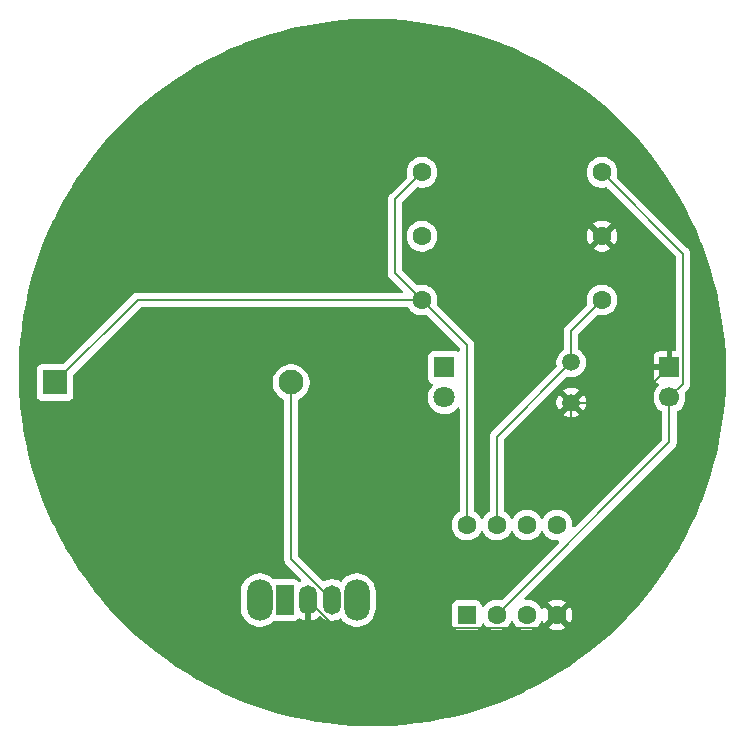
<source format=gbr>
%TF.GenerationSoftware,KiCad,Pcbnew,9.0.5*%
%TF.CreationDate,2025-11-04T10:45:24+05:30*%
%TF.ProjectId,digital_diya,64696769-7461-46c5-9f64-6979612e6b69,rev?*%
%TF.SameCoordinates,Original*%
%TF.FileFunction,Copper,L1,Top*%
%TF.FilePolarity,Positive*%
%FSLAX46Y46*%
G04 Gerber Fmt 4.6, Leading zero omitted, Abs format (unit mm)*
G04 Created by KiCad (PCBNEW 9.0.5) date 2025-11-04 10:45:24*
%MOMM*%
%LPD*%
G01*
G04 APERTURE LIST*
G04 Aperture macros list*
%AMRoundRect*
0 Rectangle with rounded corners*
0 $1 Rounding radius*
0 $2 $3 $4 $5 $6 $7 $8 $9 X,Y pos of 4 corners*
0 Add a 4 corners polygon primitive as box body*
4,1,4,$2,$3,$4,$5,$6,$7,$8,$9,$2,$3,0*
0 Add four circle primitives for the rounded corners*
1,1,$1+$1,$2,$3*
1,1,$1+$1,$4,$5*
1,1,$1+$1,$6,$7*
1,1,$1+$1,$8,$9*
0 Add four rect primitives between the rounded corners*
20,1,$1+$1,$2,$3,$4,$5,0*
20,1,$1+$1,$4,$5,$6,$7,0*
20,1,$1+$1,$6,$7,$8,$9,0*
20,1,$1+$1,$8,$9,$2,$3,0*%
G04 Aperture macros list end*
%TA.AperFunction,ComponentPad*%
%ADD10RoundRect,0.250000X0.550000X-0.550000X0.550000X0.550000X-0.550000X0.550000X-0.550000X-0.550000X0*%
%TD*%
%TA.AperFunction,ComponentPad*%
%ADD11C,1.600000*%
%TD*%
%TA.AperFunction,ComponentPad*%
%ADD12C,1.500000*%
%TD*%
%TA.AperFunction,ComponentPad*%
%ADD13O,2.200000X3.500000*%
%TD*%
%TA.AperFunction,ComponentPad*%
%ADD14R,1.500000X2.500000*%
%TD*%
%TA.AperFunction,ComponentPad*%
%ADD15O,1.500000X2.500000*%
%TD*%
%TA.AperFunction,ComponentPad*%
%ADD16R,1.700000X1.700000*%
%TD*%
%TA.AperFunction,ComponentPad*%
%ADD17C,1.700000*%
%TD*%
%TA.AperFunction,ComponentPad*%
%ADD18R,2.100000X2.100000*%
%TD*%
%TA.AperFunction,ComponentPad*%
%ADD19C,2.100000*%
%TD*%
%TA.AperFunction,ComponentPad*%
%ADD20R,1.800000X1.800000*%
%TD*%
%TA.AperFunction,ComponentPad*%
%ADD21C,1.800000*%
%TD*%
%TA.AperFunction,ViaPad*%
%ADD22C,0.600000*%
%TD*%
%TA.AperFunction,Conductor*%
%ADD23C,0.200000*%
%TD*%
G04 APERTURE END LIST*
D10*
%TO.P,U1,1,~{RESET}/PB5*%
%TO.N,unconnected-(U1-~{RESET}{slash}PB5-Pad1)*%
X152400000Y-96515000D03*
D11*
%TO.P,U1,2,XTAL1/PB3*%
%TO.N,/MIC*%
X154940000Y-96515000D03*
%TO.P,U1,3,XTAL2/PB4*%
%TO.N,unconnected-(U1-XTAL2{slash}PB4-Pad3)*%
X157480000Y-96515000D03*
%TO.P,U1,4,GND*%
%TO.N,GND*%
X160020000Y-96515000D03*
%TO.P,U1,5,AREF/PB0*%
%TO.N,unconnected-(U1-AREF{slash}PB0-Pad5)*%
X160020000Y-88895000D03*
%TO.P,U1,6,PB1*%
%TO.N,/LED*%
X157480000Y-88895000D03*
%TO.P,U1,7,PB2*%
%TO.N,/LDR*%
X154940000Y-88895000D03*
%TO.P,U1,8,VCC*%
%TO.N,3.3v*%
X152400000Y-88895000D03*
%TD*%
D12*
%TO.P,R2,1*%
%TO.N,/LDR*%
X161225022Y-75135000D03*
%TO.P,R2,2*%
%TO.N,GND*%
X161225022Y-78535000D03*
%TD*%
D11*
%TO.P,R1,1*%
%TO.N,3.3v*%
X148590000Y-69850000D03*
%TO.P,R1,2*%
%TO.N,/LDR*%
X163830000Y-69850000D03*
%TD*%
D13*
%TO.P,SW2,*%
%TO.N,*%
X134870000Y-95250000D03*
X143070000Y-95250000D03*
D14*
%TO.P,SW2,1,A*%
%TO.N,unconnected-(SW2-A-Pad1)*%
X136970000Y-95250000D03*
D15*
%TO.P,SW2,2,B*%
%TO.N,GND*%
X138970000Y-95250000D03*
%TO.P,SW2,3,C*%
%TO.N,Net-(BT1--)*%
X140970000Y-95250000D03*
%TD*%
D16*
%TO.P,MK1,1,-*%
%TO.N,GND*%
X169545000Y-75560000D03*
D17*
%TO.P,MK1,2,+*%
%TO.N,/MIC*%
X169545000Y-78100000D03*
%TD*%
D11*
%TO.P,R4,1*%
%TO.N,Net-(D1-K)*%
X148590000Y-64452500D03*
%TO.P,R4,2*%
%TO.N,GND*%
X163830000Y-64452500D03*
%TD*%
%TO.P,R3,1*%
%TO.N,3.3v*%
X148590000Y-59055000D03*
%TO.P,R3,2*%
%TO.N,/MIC*%
X163830000Y-59055000D03*
%TD*%
D18*
%TO.P,BT1,1,+*%
%TO.N,3.3v*%
X117520914Y-76835000D03*
D19*
%TO.P,BT1,2,-*%
%TO.N,Net-(BT1--)*%
X137520914Y-76835000D03*
%TD*%
D20*
%TO.P,D1,1,K*%
%TO.N,Net-(D1-K)*%
X150495000Y-75560000D03*
D21*
%TO.P,D1,2,A*%
%TO.N,/LED*%
X150495000Y-78100000D03*
%TD*%
D22*
%TO.N,GND*%
X164338000Y-84836000D03*
%TD*%
D23*
%TO.N,/LDR*%
X161225022Y-74740978D02*
X161290000Y-74676000D01*
X154940000Y-81420022D02*
X161225022Y-75135000D01*
X154940000Y-88895000D02*
X154940000Y-81420022D01*
X161225022Y-72454978D02*
X163830000Y-69850000D01*
X161225022Y-75135000D02*
X161225022Y-74740978D01*
X161225022Y-75135000D02*
X161225022Y-72454978D01*
%TO.N,3.3v*%
X148590000Y-59055000D02*
X146304000Y-61341000D01*
X152400000Y-88895000D02*
X152400000Y-73660000D01*
X152400000Y-73660000D02*
X148590000Y-69850000D01*
X146304000Y-67564000D02*
X148590000Y-69850000D01*
X117520914Y-76835000D02*
X117475000Y-76835000D01*
X117475000Y-76835000D02*
X117094000Y-76454000D01*
X117520914Y-76835000D02*
X124505914Y-69850000D01*
X124505914Y-69850000D02*
X148590000Y-69850000D01*
X146304000Y-61341000D02*
X146304000Y-67564000D01*
%TO.N,GND*%
X158919000Y-97616000D02*
X160020000Y-96515000D01*
X169545000Y-75560000D02*
X169545000Y-70167500D01*
X141336000Y-97616000D02*
X158919000Y-97616000D01*
X169545000Y-70167500D02*
X163830000Y-64452500D01*
X161225022Y-78535000D02*
X166570000Y-78535000D01*
X138970000Y-95250000D02*
X141336000Y-97616000D01*
X166570000Y-78535000D02*
X169545000Y-75560000D01*
X161225022Y-81723022D02*
X164338000Y-84836000D01*
X161225022Y-78535000D02*
X161225022Y-81723022D01*
%TO.N,/MIC*%
X170696000Y-76949000D02*
X170696000Y-65921000D01*
X169545000Y-78100000D02*
X170696000Y-76949000D01*
X169545000Y-81910000D02*
X169545000Y-78100000D01*
X170696000Y-65921000D02*
X163830000Y-59055000D01*
X154940000Y-96515000D02*
X169545000Y-81910000D01*
%TO.N,Net-(BT1--)*%
X137520914Y-76835000D02*
X137520914Y-91800914D01*
X137520914Y-91800914D02*
X140970000Y-95250000D01*
%TD*%
%TA.AperFunction,Conductor*%
%TO.N,GND*%
G36*
X144935562Y-46061084D02*
G01*
X145999165Y-46099072D01*
X146003578Y-46099308D01*
X147065179Y-46175235D01*
X147069485Y-46175620D01*
X148127756Y-46289396D01*
X148132112Y-46289943D01*
X149185572Y-46441408D01*
X149189915Y-46442111D01*
X150237330Y-46631087D01*
X150241631Y-46631943D01*
X151281603Y-46858175D01*
X151285886Y-46859187D01*
X152317136Y-47122397D01*
X152321353Y-47123554D01*
X153299002Y-47410618D01*
X153342556Y-47423407D01*
X153346782Y-47424730D01*
X154356598Y-47760829D01*
X154360700Y-47762275D01*
X155357957Y-48134233D01*
X155362037Y-48135838D01*
X155938952Y-48374804D01*
X156345324Y-48543130D01*
X156349382Y-48544897D01*
X157317446Y-48986997D01*
X157321439Y-48988907D01*
X158273170Y-49465309D01*
X158277093Y-49467361D01*
X159211178Y-49977409D01*
X159214991Y-49979580D01*
X159696345Y-50265181D01*
X160130339Y-50522682D01*
X160134104Y-50525009D01*
X161029393Y-51100376D01*
X161033074Y-51102835D01*
X161401865Y-51358890D01*
X161907326Y-51709838D01*
X161910878Y-51712400D01*
X162629353Y-52250244D01*
X162762875Y-52350197D01*
X162766371Y-52352912D01*
X163595072Y-53020722D01*
X163598469Y-53023561D01*
X164402795Y-53720513D01*
X164406081Y-53723465D01*
X165185035Y-54448696D01*
X165188220Y-54451770D01*
X165940755Y-55204305D01*
X165943829Y-55207490D01*
X166669054Y-55986437D01*
X166672012Y-55989730D01*
X167368964Y-56794056D01*
X167371803Y-56797453D01*
X168039613Y-57626154D01*
X168042328Y-57629650D01*
X168680111Y-58481628D01*
X168682700Y-58485218D01*
X169289690Y-59359451D01*
X169292149Y-59363132D01*
X169867516Y-60258421D01*
X169869843Y-60262186D01*
X170412935Y-61177517D01*
X170415125Y-61181364D01*
X170925164Y-62115432D01*
X170927216Y-62119355D01*
X171403618Y-63071086D01*
X171405528Y-63075079D01*
X171847628Y-64043143D01*
X171849395Y-64047201D01*
X172256679Y-65030469D01*
X172258300Y-65034588D01*
X172630237Y-66031789D01*
X172631709Y-66035964D01*
X172967795Y-67045745D01*
X172969118Y-67049969D01*
X173268964Y-68071146D01*
X173270135Y-68075415D01*
X173533335Y-69106627D01*
X173534353Y-69110935D01*
X173760578Y-70150874D01*
X173761442Y-70155215D01*
X173950411Y-71202597D01*
X173951119Y-71206967D01*
X174102579Y-72260395D01*
X174103131Y-72264787D01*
X174216900Y-73322989D01*
X174217294Y-73327398D01*
X174293216Y-74388943D01*
X174293453Y-74393363D01*
X174331441Y-75456963D01*
X174331520Y-75461389D01*
X174331520Y-76525662D01*
X174331441Y-76530088D01*
X174293453Y-77593688D01*
X174293216Y-77598108D01*
X174217294Y-78659653D01*
X174216900Y-78664062D01*
X174103131Y-79722264D01*
X174102579Y-79726656D01*
X173951119Y-80780084D01*
X173950411Y-80784454D01*
X173761442Y-81831836D01*
X173760578Y-81836177D01*
X173534353Y-82876116D01*
X173533335Y-82880424D01*
X173270135Y-83911636D01*
X173268964Y-83915905D01*
X172969118Y-84937082D01*
X172967795Y-84941306D01*
X172631709Y-85951087D01*
X172630237Y-85955262D01*
X172258300Y-86952463D01*
X172256679Y-86956582D01*
X171849395Y-87939850D01*
X171847628Y-87943908D01*
X171405528Y-88911972D01*
X171403618Y-88915965D01*
X170927216Y-89867696D01*
X170925164Y-89871619D01*
X170415125Y-90805687D01*
X170412935Y-90809534D01*
X169869843Y-91724865D01*
X169867516Y-91728630D01*
X169292149Y-92623919D01*
X169289690Y-92627600D01*
X168682700Y-93501833D01*
X168680111Y-93505423D01*
X168042328Y-94357401D01*
X168039613Y-94360897D01*
X167371803Y-95189598D01*
X167368964Y-95192995D01*
X166672012Y-95997321D01*
X166669054Y-96000614D01*
X165943829Y-96779561D01*
X165940755Y-96782746D01*
X165188220Y-97535281D01*
X165185035Y-97538355D01*
X164406088Y-98263580D01*
X164402795Y-98266538D01*
X163598469Y-98963490D01*
X163595072Y-98966329D01*
X162766371Y-99634139D01*
X162762875Y-99636854D01*
X161910897Y-100274637D01*
X161907307Y-100277226D01*
X161033074Y-100884216D01*
X161029393Y-100886675D01*
X160134104Y-101462042D01*
X160130339Y-101464369D01*
X159215008Y-102007461D01*
X159211161Y-102009651D01*
X158277093Y-102519690D01*
X158273170Y-102521742D01*
X157321439Y-102998144D01*
X157317446Y-103000054D01*
X156349382Y-103442154D01*
X156345324Y-103443921D01*
X155362056Y-103851205D01*
X155357937Y-103852826D01*
X154360736Y-104224763D01*
X154356561Y-104226235D01*
X153346780Y-104562321D01*
X153342556Y-104563644D01*
X152321379Y-104863490D01*
X152317110Y-104864661D01*
X151285898Y-105127861D01*
X151281590Y-105128879D01*
X150241651Y-105355104D01*
X150237310Y-105355968D01*
X149189928Y-105544937D01*
X149185558Y-105545645D01*
X148132130Y-105697105D01*
X148127738Y-105697657D01*
X147069536Y-105811426D01*
X147065127Y-105811820D01*
X146003582Y-105887742D01*
X145999162Y-105887979D01*
X144935563Y-105925967D01*
X144931137Y-105926046D01*
X143866863Y-105926046D01*
X143862437Y-105925967D01*
X142798837Y-105887979D01*
X142794417Y-105887742D01*
X141732872Y-105811820D01*
X141728463Y-105811426D01*
X140670261Y-105697657D01*
X140665869Y-105697105D01*
X139612441Y-105545645D01*
X139608071Y-105544937D01*
X138560689Y-105355968D01*
X138556348Y-105355104D01*
X137516409Y-105128879D01*
X137512101Y-105127861D01*
X136480889Y-104864661D01*
X136476620Y-104863490D01*
X135455443Y-104563644D01*
X135451219Y-104562321D01*
X134441438Y-104226235D01*
X134437263Y-104224763D01*
X133440062Y-103852826D01*
X133435943Y-103851205D01*
X132452675Y-103443921D01*
X132448617Y-103442154D01*
X131480553Y-103000054D01*
X131476560Y-102998144D01*
X130524829Y-102521742D01*
X130520906Y-102519690D01*
X129586838Y-102009651D01*
X129582991Y-102007461D01*
X128667660Y-101464369D01*
X128663895Y-101462042D01*
X127768606Y-100886675D01*
X127764925Y-100884216D01*
X126890692Y-100277226D01*
X126887102Y-100274637D01*
X126035124Y-99636854D01*
X126031628Y-99634139D01*
X125202927Y-98966329D01*
X125199530Y-98963490D01*
X124395204Y-98266538D01*
X124391911Y-98263580D01*
X123612964Y-97538355D01*
X123609779Y-97535281D01*
X122857244Y-96782746D01*
X122854170Y-96779561D01*
X122692394Y-96605801D01*
X122128939Y-96000607D01*
X122125987Y-95997321D01*
X121986540Y-95836391D01*
X121691888Y-95496344D01*
X121429035Y-95192995D01*
X121426196Y-95189598D01*
X120908335Y-94546972D01*
X120908335Y-94546971D01*
X120849562Y-94474038D01*
X133269500Y-94474038D01*
X133269500Y-96025961D01*
X133308910Y-96274785D01*
X133386760Y-96514383D01*
X133439208Y-96617317D01*
X133483286Y-96703825D01*
X133501132Y-96738848D01*
X133649201Y-96942649D01*
X133649205Y-96942654D01*
X133827345Y-97120794D01*
X133827350Y-97120798D01*
X133961360Y-97218161D01*
X134031155Y-97268870D01*
X134174184Y-97341747D01*
X134255616Y-97383239D01*
X134255618Y-97383239D01*
X134255621Y-97383241D01*
X134495215Y-97461090D01*
X134744038Y-97500500D01*
X134744039Y-97500500D01*
X134995961Y-97500500D01*
X134995962Y-97500500D01*
X135244785Y-97461090D01*
X135484379Y-97383241D01*
X135708845Y-97268870D01*
X135912656Y-97120793D01*
X136004511Y-97028937D01*
X136065831Y-96995454D01*
X136105445Y-96993330D01*
X136112514Y-96994089D01*
X136112517Y-96994091D01*
X136172127Y-97000500D01*
X137767872Y-97000499D01*
X137827483Y-96994091D01*
X137962331Y-96943796D01*
X138077546Y-96857546D01*
X138106535Y-96818821D01*
X138162467Y-96776952D01*
X138232158Y-96771968D01*
X138278686Y-96792816D01*
X138314856Y-96819095D01*
X138490162Y-96908418D01*
X138677283Y-96969218D01*
X138720000Y-96975984D01*
X138720000Y-95565686D01*
X138724394Y-95570080D01*
X138815606Y-95622741D01*
X138917339Y-95650000D01*
X139022661Y-95650000D01*
X139124394Y-95622741D01*
X139215606Y-95570080D01*
X139220000Y-95565686D01*
X139220000Y-96975983D01*
X139262716Y-96969218D01*
X139449837Y-96908418D01*
X139625143Y-96819095D01*
X139784321Y-96703444D01*
X139784322Y-96703443D01*
X139881965Y-96605801D01*
X139943288Y-96572316D01*
X140012980Y-96577300D01*
X140057327Y-96605801D01*
X140155354Y-96703828D01*
X140314595Y-96819524D01*
X140345126Y-96835080D01*
X140489970Y-96908882D01*
X140489972Y-96908882D01*
X140489975Y-96908884D01*
X140590317Y-96941487D01*
X140677173Y-96969709D01*
X140871578Y-97000500D01*
X140871583Y-97000500D01*
X141068422Y-97000500D01*
X141262826Y-96969709D01*
X141342574Y-96943797D01*
X141450025Y-96908884D01*
X141625405Y-96819524D01*
X141625409Y-96819520D01*
X141629087Y-96817647D01*
X141697756Y-96804751D01*
X141762497Y-96831027D01*
X141785699Y-96855245D01*
X141849207Y-96942656D01*
X141849209Y-96942658D01*
X142027345Y-97120794D01*
X142027350Y-97120798D01*
X142161360Y-97218161D01*
X142231155Y-97268870D01*
X142374184Y-97341747D01*
X142455616Y-97383239D01*
X142455618Y-97383239D01*
X142455621Y-97383241D01*
X142695215Y-97461090D01*
X142944038Y-97500500D01*
X142944039Y-97500500D01*
X143195961Y-97500500D01*
X143195962Y-97500500D01*
X143444785Y-97461090D01*
X143684379Y-97383241D01*
X143908845Y-97268870D01*
X144112656Y-97120793D01*
X144290793Y-96942656D01*
X144438870Y-96738845D01*
X144553241Y-96514379D01*
X144631090Y-96274785D01*
X144670500Y-96025962D01*
X144670500Y-94474038D01*
X144631090Y-94225215D01*
X144553241Y-93985621D01*
X144553239Y-93985618D01*
X144553239Y-93985616D01*
X144505802Y-93892517D01*
X144438870Y-93761155D01*
X144385298Y-93687419D01*
X144290798Y-93557350D01*
X144290794Y-93557345D01*
X144112654Y-93379205D01*
X144112649Y-93379201D01*
X143908848Y-93231132D01*
X143908847Y-93231131D01*
X143908845Y-93231130D01*
X143838747Y-93195413D01*
X143684383Y-93116760D01*
X143444785Y-93038910D01*
X143195962Y-92999500D01*
X142944038Y-92999500D01*
X142819626Y-93019205D01*
X142695214Y-93038910D01*
X142455616Y-93116760D01*
X142231151Y-93231132D01*
X142027350Y-93379201D01*
X142027345Y-93379205D01*
X141849209Y-93557341D01*
X141849202Y-93557350D01*
X141785699Y-93644753D01*
X141730369Y-93687419D01*
X141660756Y-93693397D01*
X141629087Y-93682352D01*
X141450029Y-93591117D01*
X141262826Y-93530290D01*
X141068422Y-93499500D01*
X141068417Y-93499500D01*
X140871583Y-93499500D01*
X140871578Y-93499500D01*
X140677173Y-93530290D01*
X140489967Y-93591118D01*
X140351882Y-93661476D01*
X140283213Y-93674372D01*
X140218473Y-93648095D01*
X140207907Y-93638672D01*
X138157733Y-91588498D01*
X138124248Y-91527175D01*
X138121414Y-91500817D01*
X138121414Y-78345182D01*
X138141099Y-78278143D01*
X138189118Y-78234698D01*
X138333553Y-78161106D01*
X138530997Y-78017655D01*
X138703569Y-77845083D01*
X138847020Y-77647639D01*
X138957818Y-77430185D01*
X139033235Y-77198076D01*
X139071414Y-76957027D01*
X139071414Y-76712973D01*
X139033235Y-76471924D01*
X138957818Y-76239815D01*
X138847020Y-76022361D01*
X138794191Y-75949648D01*
X138703574Y-75824923D01*
X138703570Y-75824918D01*
X138530995Y-75652343D01*
X138530990Y-75652339D01*
X138333556Y-75508896D01*
X138333555Y-75508895D01*
X138333553Y-75508894D01*
X138116099Y-75398096D01*
X137883990Y-75322679D01*
X137883988Y-75322678D01*
X137883986Y-75322678D01*
X137683405Y-75290909D01*
X137642941Y-75284500D01*
X137398887Y-75284500D01*
X137358429Y-75290908D01*
X137157841Y-75322678D01*
X136925726Y-75398097D01*
X136708271Y-75508896D01*
X136510837Y-75652339D01*
X136510832Y-75652343D01*
X136338257Y-75824918D01*
X136338253Y-75824923D01*
X136194810Y-76022357D01*
X136084011Y-76239812D01*
X136008592Y-76471927D01*
X135972427Y-76700265D01*
X135970414Y-76712973D01*
X135970414Y-76957027D01*
X135978766Y-77009758D01*
X136005854Y-77180787D01*
X136008593Y-77198076D01*
X136084010Y-77430185D01*
X136192816Y-77643730D01*
X136194810Y-77647642D01*
X136338253Y-77845076D01*
X136338257Y-77845081D01*
X136510832Y-78017656D01*
X136510837Y-78017660D01*
X136661793Y-78127335D01*
X136708275Y-78161106D01*
X136852709Y-78234697D01*
X136903504Y-78282671D01*
X136920414Y-78345182D01*
X136920414Y-91714244D01*
X136920413Y-91714262D01*
X136920413Y-91879968D01*
X136920412Y-91879968D01*
X136961337Y-92032699D01*
X136990272Y-92082814D01*
X136990273Y-92082818D01*
X136990274Y-92082818D01*
X137040393Y-92169628D01*
X137040395Y-92169631D01*
X137159263Y-92288499D01*
X137159269Y-92288504D01*
X138351052Y-93480287D01*
X138360999Y-93498504D01*
X138374952Y-93513878D01*
X138377407Y-93528553D01*
X138384537Y-93541610D01*
X138383056Y-93562314D01*
X138386482Y-93582789D01*
X138380614Y-93596460D01*
X138379553Y-93611302D01*
X138367112Y-93627919D01*
X138358926Y-93646995D01*
X138343697Y-93659198D01*
X138337681Y-93667235D01*
X138332790Y-93670715D01*
X138275219Y-93709612D01*
X138243872Y-93719604D01*
X138212877Y-93730663D01*
X138210739Y-93730165D01*
X138208650Y-93730832D01*
X138176879Y-93722291D01*
X138144824Y-93714837D01*
X138142919Y-93713162D01*
X138141176Y-93712694D01*
X138136400Y-93707431D01*
X138106534Y-93681177D01*
X138091786Y-93661476D01*
X138077546Y-93642454D01*
X138077544Y-93642453D01*
X138077544Y-93642452D01*
X137962335Y-93556206D01*
X137962328Y-93556202D01*
X137827482Y-93505908D01*
X137827483Y-93505908D01*
X137767883Y-93499501D01*
X137767881Y-93499500D01*
X137767873Y-93499500D01*
X137767864Y-93499500D01*
X136172129Y-93499500D01*
X136172123Y-93499501D01*
X136105443Y-93506669D01*
X136036683Y-93494262D01*
X136004509Y-93471060D01*
X135912654Y-93379205D01*
X135912649Y-93379201D01*
X135708848Y-93231132D01*
X135708847Y-93231131D01*
X135708845Y-93231130D01*
X135638747Y-93195413D01*
X135484383Y-93116760D01*
X135244785Y-93038910D01*
X134995962Y-92999500D01*
X134744038Y-92999500D01*
X134619626Y-93019205D01*
X134495214Y-93038910D01*
X134255616Y-93116760D01*
X134031151Y-93231132D01*
X133827350Y-93379201D01*
X133827345Y-93379205D01*
X133649205Y-93557345D01*
X133649201Y-93557350D01*
X133501132Y-93761151D01*
X133386760Y-93985616D01*
X133308910Y-94225214D01*
X133269500Y-94474038D01*
X120849562Y-94474038D01*
X120758387Y-94360897D01*
X120755671Y-94357401D01*
X120477356Y-93985616D01*
X120117874Y-93505404D01*
X120115312Y-93501852D01*
X119508309Y-92627600D01*
X119505850Y-92623919D01*
X118930483Y-91728630D01*
X118928156Y-91724865D01*
X118385064Y-90809534D01*
X118382874Y-90805687D01*
X117872835Y-89871619D01*
X117870783Y-89867696D01*
X117394381Y-88915965D01*
X117392471Y-88911972D01*
X116950371Y-87943908D01*
X116948604Y-87939850D01*
X116541320Y-86956582D01*
X116539699Y-86952463D01*
X116167749Y-85955226D01*
X116166303Y-85951124D01*
X115830204Y-84941306D01*
X115828881Y-84937082D01*
X115529035Y-83915905D01*
X115527871Y-83911662D01*
X115264661Y-82880412D01*
X115263646Y-82876116D01*
X115037417Y-81836157D01*
X115036557Y-81831836D01*
X115007134Y-81668757D01*
X114847585Y-80784441D01*
X114846880Y-80780084D01*
X114703809Y-79785000D01*
X114695417Y-79726638D01*
X114694868Y-79722264D01*
X114682164Y-79604096D01*
X114581094Y-78664011D01*
X114580709Y-78659705D01*
X114504782Y-77598104D01*
X114504546Y-77593688D01*
X114498706Y-77430187D01*
X114466559Y-76530088D01*
X114466480Y-76525662D01*
X114466480Y-75737135D01*
X115970414Y-75737135D01*
X115970414Y-77932870D01*
X115970415Y-77932876D01*
X115976822Y-77992483D01*
X116027116Y-78127328D01*
X116027120Y-78127335D01*
X116113366Y-78242544D01*
X116113369Y-78242547D01*
X116228578Y-78328793D01*
X116228585Y-78328797D01*
X116363431Y-78379091D01*
X116363430Y-78379091D01*
X116370358Y-78379835D01*
X116423041Y-78385500D01*
X118618786Y-78385499D01*
X118678397Y-78379091D01*
X118813245Y-78328796D01*
X118928460Y-78242546D01*
X119014710Y-78127331D01*
X119065005Y-77992483D01*
X119071414Y-77932873D01*
X119071413Y-76185095D01*
X119091098Y-76118057D01*
X119107727Y-76097420D01*
X124718331Y-70486819D01*
X124779654Y-70453334D01*
X124806012Y-70450500D01*
X147360398Y-70450500D01*
X147427437Y-70470185D01*
X147470883Y-70518205D01*
X147477715Y-70531614D01*
X147598028Y-70697213D01*
X147742786Y-70841971D01*
X147897749Y-70954556D01*
X147908390Y-70962287D01*
X148024607Y-71021503D01*
X148090776Y-71055218D01*
X148090778Y-71055218D01*
X148090781Y-71055220D01*
X148195137Y-71089127D01*
X148285465Y-71118477D01*
X148386557Y-71134488D01*
X148487648Y-71150500D01*
X148487649Y-71150500D01*
X148692351Y-71150500D01*
X148692352Y-71150500D01*
X148894534Y-71118477D01*
X148908842Y-71113827D01*
X148978682Y-71111831D01*
X149034842Y-71144077D01*
X151763181Y-73872416D01*
X151777884Y-73899343D01*
X151794477Y-73925162D01*
X151795368Y-73931362D01*
X151796666Y-73933739D01*
X151799500Y-73960097D01*
X151799500Y-74098095D01*
X151779815Y-74165134D01*
X151727011Y-74210889D01*
X151657853Y-74220833D01*
X151632168Y-74214277D01*
X151502485Y-74165909D01*
X151502483Y-74165908D01*
X151442883Y-74159501D01*
X151442881Y-74159500D01*
X151442873Y-74159500D01*
X151442864Y-74159500D01*
X149547129Y-74159500D01*
X149547123Y-74159501D01*
X149487516Y-74165908D01*
X149352671Y-74216202D01*
X149352664Y-74216206D01*
X149237455Y-74302452D01*
X149237452Y-74302455D01*
X149151206Y-74417664D01*
X149151202Y-74417671D01*
X149100908Y-74552517D01*
X149094501Y-74612116D01*
X149094500Y-74612135D01*
X149094500Y-76507870D01*
X149094501Y-76507876D01*
X149100908Y-76567483D01*
X149151202Y-76702328D01*
X149151206Y-76702335D01*
X149237452Y-76817544D01*
X149237455Y-76817547D01*
X149352664Y-76903793D01*
X149352671Y-76903797D01*
X149432580Y-76933601D01*
X149488514Y-76975472D01*
X149512931Y-77040936D01*
X149498080Y-77109209D01*
X149476929Y-77137463D01*
X149426756Y-77187636D01*
X149426752Y-77187641D01*
X149297187Y-77365974D01*
X149197104Y-77562393D01*
X149197103Y-77562396D01*
X149128985Y-77772047D01*
X149111909Y-77879863D01*
X149094500Y-77989778D01*
X149094500Y-78210222D01*
X149105258Y-78278143D01*
X149128985Y-78427952D01*
X149197103Y-78637603D01*
X149197104Y-78637606D01*
X149255156Y-78751537D01*
X149293966Y-78827705D01*
X149297187Y-78834025D01*
X149426752Y-79012358D01*
X149426756Y-79012363D01*
X149582636Y-79168243D01*
X149582641Y-79168247D01*
X149702118Y-79255051D01*
X149760978Y-79297815D01*
X149889375Y-79363237D01*
X149957393Y-79397895D01*
X149957396Y-79397896D01*
X150062221Y-79431955D01*
X150167049Y-79466015D01*
X150384778Y-79500500D01*
X150384779Y-79500500D01*
X150605221Y-79500500D01*
X150605222Y-79500500D01*
X150822951Y-79466015D01*
X151032606Y-79397895D01*
X151229022Y-79297815D01*
X151407365Y-79168242D01*
X151563242Y-79012365D01*
X151563247Y-79012358D01*
X151575181Y-78995933D01*
X151630511Y-78953266D01*
X151700124Y-78947287D01*
X151761919Y-78979892D01*
X151796277Y-79040730D01*
X151799500Y-79068817D01*
X151799500Y-87665397D01*
X151779815Y-87732436D01*
X151731800Y-87775879D01*
X151718389Y-87782712D01*
X151552786Y-87903028D01*
X151408028Y-88047786D01*
X151287715Y-88213386D01*
X151194781Y-88395776D01*
X151131522Y-88590465D01*
X151099500Y-88792648D01*
X151099500Y-88997351D01*
X151131522Y-89199534D01*
X151194781Y-89394223D01*
X151287715Y-89576613D01*
X151408028Y-89742213D01*
X151552786Y-89886971D01*
X151707749Y-89999556D01*
X151718390Y-90007287D01*
X151834607Y-90066503D01*
X151900776Y-90100218D01*
X151900778Y-90100218D01*
X151900781Y-90100220D01*
X152005137Y-90134127D01*
X152095465Y-90163477D01*
X152196557Y-90179488D01*
X152297648Y-90195500D01*
X152297649Y-90195500D01*
X152502351Y-90195500D01*
X152502352Y-90195500D01*
X152704534Y-90163477D01*
X152899219Y-90100220D01*
X153081610Y-90007287D01*
X153174590Y-89939732D01*
X153247213Y-89886971D01*
X153247215Y-89886968D01*
X153247219Y-89886966D01*
X153391966Y-89742219D01*
X153391968Y-89742215D01*
X153391971Y-89742213D01*
X153512284Y-89576614D01*
X153512285Y-89576613D01*
X153512287Y-89576610D01*
X153559516Y-89483917D01*
X153607489Y-89433123D01*
X153675310Y-89416328D01*
X153741445Y-89438865D01*
X153780485Y-89483919D01*
X153827715Y-89576614D01*
X153948028Y-89742213D01*
X154092786Y-89886971D01*
X154247749Y-89999556D01*
X154258390Y-90007287D01*
X154374607Y-90066503D01*
X154440776Y-90100218D01*
X154440778Y-90100218D01*
X154440781Y-90100220D01*
X154545137Y-90134127D01*
X154635465Y-90163477D01*
X154736557Y-90179488D01*
X154837648Y-90195500D01*
X154837649Y-90195500D01*
X155042351Y-90195500D01*
X155042352Y-90195500D01*
X155244534Y-90163477D01*
X155439219Y-90100220D01*
X155621610Y-90007287D01*
X155714590Y-89939732D01*
X155787213Y-89886971D01*
X155787215Y-89886968D01*
X155787219Y-89886966D01*
X155931966Y-89742219D01*
X155931968Y-89742215D01*
X155931971Y-89742213D01*
X156052284Y-89576614D01*
X156052285Y-89576613D01*
X156052287Y-89576610D01*
X156099516Y-89483917D01*
X156147489Y-89433123D01*
X156215310Y-89416328D01*
X156281445Y-89438865D01*
X156320485Y-89483919D01*
X156367715Y-89576614D01*
X156488028Y-89742213D01*
X156632786Y-89886971D01*
X156787749Y-89999556D01*
X156798390Y-90007287D01*
X156914607Y-90066503D01*
X156980776Y-90100218D01*
X156980778Y-90100218D01*
X156980781Y-90100220D01*
X157085137Y-90134127D01*
X157175465Y-90163477D01*
X157276557Y-90179488D01*
X157377648Y-90195500D01*
X157377649Y-90195500D01*
X157582351Y-90195500D01*
X157582352Y-90195500D01*
X157784534Y-90163477D01*
X157979219Y-90100220D01*
X158161610Y-90007287D01*
X158254590Y-89939732D01*
X158327213Y-89886971D01*
X158327215Y-89886968D01*
X158327219Y-89886966D01*
X158471966Y-89742219D01*
X158471968Y-89742215D01*
X158471971Y-89742213D01*
X158592284Y-89576614D01*
X158592285Y-89576613D01*
X158592287Y-89576610D01*
X158639516Y-89483917D01*
X158687489Y-89433123D01*
X158755310Y-89416328D01*
X158821445Y-89438865D01*
X158860485Y-89483919D01*
X158907715Y-89576614D01*
X159028028Y-89742213D01*
X159172786Y-89886971D01*
X159327749Y-89999556D01*
X159338390Y-90007287D01*
X159454607Y-90066503D01*
X159520776Y-90100218D01*
X159520778Y-90100218D01*
X159520781Y-90100220D01*
X159625137Y-90134127D01*
X159715465Y-90163477D01*
X159816557Y-90179488D01*
X159917648Y-90195500D01*
X159917649Y-90195500D01*
X160110902Y-90195500D01*
X160177941Y-90215185D01*
X160223696Y-90267989D01*
X160233640Y-90337147D01*
X160204615Y-90400703D01*
X160198583Y-90407181D01*
X155384842Y-95220921D01*
X155323519Y-95254406D01*
X155258848Y-95251173D01*
X155244534Y-95246522D01*
X155069995Y-95218878D01*
X155042352Y-95214500D01*
X154837648Y-95214500D01*
X154813329Y-95218351D01*
X154635465Y-95246522D01*
X154440776Y-95309781D01*
X154258386Y-95402715D01*
X154092786Y-95523028D01*
X153948032Y-95667782D01*
X153948028Y-95667787D01*
X153879978Y-95761451D01*
X153824648Y-95804117D01*
X153755035Y-95810096D01*
X153693240Y-95777490D01*
X153661954Y-95727570D01*
X153642144Y-95667787D01*
X153634814Y-95645666D01*
X153542712Y-95496344D01*
X153418656Y-95372288D01*
X153317314Y-95309780D01*
X153269336Y-95280187D01*
X153269331Y-95280185D01*
X153267862Y-95279698D01*
X153102797Y-95225001D01*
X153102795Y-95225000D01*
X153000010Y-95214500D01*
X151799998Y-95214500D01*
X151799981Y-95214501D01*
X151697203Y-95225000D01*
X151697200Y-95225001D01*
X151530668Y-95280185D01*
X151530663Y-95280187D01*
X151381342Y-95372289D01*
X151257289Y-95496342D01*
X151165187Y-95645663D01*
X151165186Y-95645666D01*
X151110001Y-95812203D01*
X151110001Y-95812204D01*
X151110000Y-95812204D01*
X151099500Y-95914983D01*
X151099500Y-97115001D01*
X151099501Y-97115018D01*
X151110000Y-97217796D01*
X151110001Y-97217799D01*
X151138045Y-97302429D01*
X151165186Y-97384334D01*
X151257288Y-97533656D01*
X151381344Y-97657712D01*
X151530666Y-97749814D01*
X151697203Y-97804999D01*
X151799991Y-97815500D01*
X153000008Y-97815499D01*
X153102797Y-97804999D01*
X153269334Y-97749814D01*
X153418656Y-97657712D01*
X153542712Y-97533656D01*
X153634814Y-97384334D01*
X153661955Y-97302427D01*
X153701726Y-97244984D01*
X153766242Y-97218161D01*
X153835018Y-97230476D01*
X153879977Y-97268547D01*
X153948030Y-97362213D01*
X153948034Y-97362219D01*
X154092786Y-97506971D01*
X154213226Y-97594474D01*
X154258390Y-97627287D01*
X154374607Y-97686503D01*
X154440776Y-97720218D01*
X154440778Y-97720218D01*
X154440781Y-97720220D01*
X154531856Y-97749812D01*
X154635465Y-97783477D01*
X154736557Y-97799488D01*
X154837648Y-97815500D01*
X154837649Y-97815500D01*
X155042351Y-97815500D01*
X155042352Y-97815500D01*
X155244534Y-97783477D01*
X155439219Y-97720220D01*
X155621610Y-97627287D01*
X155714590Y-97559732D01*
X155787213Y-97506971D01*
X155787215Y-97506968D01*
X155787219Y-97506966D01*
X155931966Y-97362219D01*
X155931968Y-97362215D01*
X155931971Y-97362213D01*
X156052284Y-97196614D01*
X156052286Y-97196611D01*
X156052287Y-97196610D01*
X156099516Y-97103917D01*
X156147489Y-97053123D01*
X156215310Y-97036328D01*
X156281445Y-97058865D01*
X156320483Y-97103917D01*
X156329085Y-97120798D01*
X156367715Y-97196614D01*
X156488028Y-97362213D01*
X156632786Y-97506971D01*
X156753226Y-97594474D01*
X156798390Y-97627287D01*
X156914607Y-97686503D01*
X156980776Y-97720218D01*
X156980778Y-97720218D01*
X156980781Y-97720220D01*
X157071856Y-97749812D01*
X157175465Y-97783477D01*
X157276557Y-97799488D01*
X157377648Y-97815500D01*
X157377649Y-97815500D01*
X157582351Y-97815500D01*
X157582352Y-97815500D01*
X157784534Y-97783477D01*
X157979219Y-97720220D01*
X158161610Y-97627287D01*
X158254590Y-97559732D01*
X158327213Y-97506971D01*
X158327215Y-97506968D01*
X158327219Y-97506966D01*
X158471966Y-97362219D01*
X158471968Y-97362215D01*
X158471971Y-97362213D01*
X158576894Y-97217797D01*
X158592287Y-97196610D01*
X158639795Y-97103369D01*
X158687769Y-97052573D01*
X158755590Y-97035778D01*
X158821725Y-97058315D01*
X158860765Y-97103369D01*
X158908141Y-97196350D01*
X158908147Y-97196359D01*
X158940523Y-97240921D01*
X158940524Y-97240922D01*
X159620000Y-96561446D01*
X159620000Y-96567661D01*
X159647259Y-96669394D01*
X159699920Y-96760606D01*
X159774394Y-96835080D01*
X159865606Y-96887741D01*
X159967339Y-96915000D01*
X159973553Y-96915000D01*
X159294076Y-97594474D01*
X159338650Y-97626859D01*
X159520968Y-97719755D01*
X159715582Y-97782990D01*
X159917683Y-97815000D01*
X160122317Y-97815000D01*
X160324417Y-97782990D01*
X160519031Y-97719755D01*
X160701349Y-97626859D01*
X160745921Y-97594474D01*
X160066447Y-96915000D01*
X160072661Y-96915000D01*
X160174394Y-96887741D01*
X160265606Y-96835080D01*
X160340080Y-96760606D01*
X160392741Y-96669394D01*
X160420000Y-96567661D01*
X160420000Y-96561448D01*
X161099474Y-97240922D01*
X161099474Y-97240921D01*
X161131859Y-97196349D01*
X161224755Y-97014031D01*
X161287990Y-96819417D01*
X161320000Y-96617317D01*
X161320000Y-96412682D01*
X161287990Y-96210582D01*
X161224755Y-96015968D01*
X161131859Y-95833650D01*
X161099474Y-95789077D01*
X161099474Y-95789076D01*
X160420000Y-96468551D01*
X160420000Y-96462339D01*
X160392741Y-96360606D01*
X160340080Y-96269394D01*
X160265606Y-96194920D01*
X160174394Y-96142259D01*
X160072661Y-96115000D01*
X160066446Y-96115000D01*
X160745922Y-95435524D01*
X160745921Y-95435523D01*
X160701359Y-95403147D01*
X160701350Y-95403141D01*
X160519031Y-95310244D01*
X160324417Y-95247009D01*
X160122317Y-95215000D01*
X159917683Y-95215000D01*
X159715582Y-95247009D01*
X159520968Y-95310244D01*
X159338644Y-95403143D01*
X159294077Y-95435523D01*
X159294077Y-95435524D01*
X159973554Y-96115000D01*
X159967339Y-96115000D01*
X159865606Y-96142259D01*
X159774394Y-96194920D01*
X159699920Y-96269394D01*
X159647259Y-96360606D01*
X159620000Y-96462339D01*
X159620000Y-96468553D01*
X158940524Y-95789077D01*
X158940523Y-95789077D01*
X158908143Y-95833644D01*
X158860765Y-95926630D01*
X158812790Y-95977426D01*
X158744969Y-95994221D01*
X158678834Y-95971683D01*
X158639795Y-95926630D01*
X158633861Y-95914983D01*
X158592287Y-95833390D01*
X158592285Y-95833387D01*
X158592284Y-95833385D01*
X158471971Y-95667786D01*
X158327213Y-95523028D01*
X158161613Y-95402715D01*
X158161612Y-95402714D01*
X158161610Y-95402713D01*
X158101898Y-95372288D01*
X157979223Y-95309781D01*
X157784534Y-95246522D01*
X157609995Y-95218878D01*
X157582352Y-95214500D01*
X157389096Y-95214500D01*
X157322057Y-95194815D01*
X157276302Y-95142011D01*
X157266358Y-95072853D01*
X157295383Y-95009297D01*
X157301415Y-95002819D01*
X163511586Y-88792648D01*
X169913713Y-82390521D01*
X169913716Y-82390520D01*
X170025520Y-82278716D01*
X170075639Y-82191904D01*
X170104577Y-82141785D01*
X170145500Y-81989057D01*
X170145500Y-81830943D01*
X170145500Y-79385718D01*
X170165185Y-79318679D01*
X170213207Y-79275233D01*
X170252815Y-79255052D01*
X170252815Y-79255051D01*
X170252816Y-79255051D01*
X170344193Y-79188661D01*
X170424786Y-79130109D01*
X170424788Y-79130106D01*
X170424792Y-79130104D01*
X170575104Y-78979792D01*
X170575106Y-78979788D01*
X170575109Y-78979786D01*
X170700048Y-78807820D01*
X170700047Y-78807820D01*
X170700051Y-78807816D01*
X170796557Y-78618412D01*
X170862246Y-78416243D01*
X170895500Y-78206287D01*
X170895500Y-77993713D01*
X170862246Y-77783757D01*
X170848506Y-77741473D01*
X170848072Y-77726262D01*
X170842754Y-77712003D01*
X170847095Y-77692047D01*
X170846512Y-77671635D01*
X170854599Y-77657548D01*
X170857606Y-77643730D01*
X170878754Y-77615479D01*
X171054506Y-77439728D01*
X171054511Y-77439724D01*
X171064714Y-77429520D01*
X171064716Y-77429520D01*
X171176520Y-77317716D01*
X171180557Y-77310723D01*
X171236765Y-77213369D01*
X171236766Y-77213366D01*
X171255576Y-77180787D01*
X171267185Y-77137463D01*
X171296501Y-77028057D01*
X171296501Y-76869942D01*
X171296501Y-76862347D01*
X171296500Y-76862329D01*
X171296500Y-65841945D01*
X171296499Y-65841941D01*
X171264088Y-65720975D01*
X171264088Y-65720974D01*
X171255579Y-65689219D01*
X171255577Y-65689216D01*
X171255577Y-65689215D01*
X171226639Y-65639095D01*
X171176520Y-65552284D01*
X171064716Y-65440480D01*
X171064715Y-65440479D01*
X171060385Y-65436149D01*
X171060374Y-65436139D01*
X165124077Y-59499842D01*
X165090592Y-59438519D01*
X165093828Y-59373841D01*
X165098477Y-59359534D01*
X165130500Y-59157352D01*
X165130500Y-58952648D01*
X165098477Y-58750466D01*
X165035220Y-58555781D01*
X165035218Y-58555778D01*
X165035218Y-58555776D01*
X164999266Y-58485218D01*
X164942287Y-58373390D01*
X164934556Y-58362749D01*
X164821971Y-58207786D01*
X164677213Y-58063028D01*
X164511613Y-57942715D01*
X164511612Y-57942714D01*
X164511610Y-57942713D01*
X164454653Y-57913691D01*
X164329223Y-57849781D01*
X164134534Y-57786522D01*
X163959995Y-57758878D01*
X163932352Y-57754500D01*
X163727648Y-57754500D01*
X163703329Y-57758351D01*
X163525465Y-57786522D01*
X163330776Y-57849781D01*
X163148386Y-57942715D01*
X162982786Y-58063028D01*
X162838028Y-58207786D01*
X162717715Y-58373386D01*
X162624781Y-58555776D01*
X162561522Y-58750465D01*
X162529500Y-58952648D01*
X162529500Y-59157351D01*
X162561522Y-59359534D01*
X162624781Y-59554223D01*
X162717715Y-59736613D01*
X162838028Y-59902213D01*
X162982786Y-60046971D01*
X163137749Y-60159556D01*
X163148390Y-60167287D01*
X163264607Y-60226503D01*
X163330776Y-60260218D01*
X163330778Y-60260218D01*
X163330781Y-60260220D01*
X163435137Y-60294127D01*
X163525465Y-60323477D01*
X163626557Y-60339488D01*
X163727648Y-60355500D01*
X163727649Y-60355500D01*
X163932351Y-60355500D01*
X163932352Y-60355500D01*
X164134534Y-60323477D01*
X164148842Y-60318827D01*
X164218682Y-60316831D01*
X164274842Y-60349077D01*
X170059181Y-66133416D01*
X170092666Y-66194739D01*
X170095500Y-66221097D01*
X170095500Y-74086000D01*
X170075815Y-74153039D01*
X170023011Y-74198794D01*
X169971500Y-74210000D01*
X169795000Y-74210000D01*
X169795000Y-75126988D01*
X169737993Y-75094075D01*
X169610826Y-75060000D01*
X169479174Y-75060000D01*
X169352007Y-75094075D01*
X169295000Y-75126988D01*
X169295000Y-74210000D01*
X168647155Y-74210000D01*
X168587627Y-74216401D01*
X168587620Y-74216403D01*
X168452913Y-74266645D01*
X168452906Y-74266649D01*
X168337812Y-74352809D01*
X168337809Y-74352812D01*
X168251649Y-74467906D01*
X168251645Y-74467913D01*
X168201403Y-74602620D01*
X168201401Y-74602627D01*
X168195000Y-74662155D01*
X168195000Y-75310000D01*
X169111988Y-75310000D01*
X169079075Y-75367007D01*
X169045000Y-75494174D01*
X169045000Y-75625826D01*
X169079075Y-75752993D01*
X169111988Y-75810000D01*
X168195000Y-75810000D01*
X168195000Y-76457844D01*
X168201401Y-76517372D01*
X168201403Y-76517379D01*
X168251645Y-76652086D01*
X168251649Y-76652093D01*
X168337809Y-76767187D01*
X168337812Y-76767190D01*
X168452906Y-76853350D01*
X168452913Y-76853354D01*
X168584470Y-76902422D01*
X168640404Y-76944293D01*
X168664821Y-77009758D01*
X168649969Y-77078031D01*
X168628819Y-77106285D01*
X168514889Y-77220215D01*
X168389951Y-77392179D01*
X168293444Y-77581585D01*
X168227753Y-77783760D01*
X168194500Y-77993713D01*
X168194500Y-78206286D01*
X168222884Y-78385500D01*
X168227754Y-78416243D01*
X168293074Y-78617277D01*
X168293444Y-78618414D01*
X168389951Y-78807820D01*
X168514890Y-78979786D01*
X168665213Y-79130109D01*
X168837184Y-79255051D01*
X168837184Y-79255052D01*
X168876793Y-79275233D01*
X168927590Y-79323206D01*
X168944500Y-79385718D01*
X168944500Y-81609902D01*
X168924815Y-81676941D01*
X168908181Y-81697583D01*
X161532181Y-89073583D01*
X161470858Y-89107068D01*
X161401166Y-89102084D01*
X161345233Y-89060212D01*
X161320816Y-88994748D01*
X161320500Y-88985902D01*
X161320500Y-88792648D01*
X161288477Y-88590465D01*
X161225218Y-88395776D01*
X161179515Y-88306080D01*
X161132287Y-88213390D01*
X161124556Y-88202749D01*
X161011971Y-88047786D01*
X160867213Y-87903028D01*
X160701613Y-87782715D01*
X160701612Y-87782714D01*
X160701610Y-87782713D01*
X160644653Y-87753691D01*
X160519223Y-87689781D01*
X160324534Y-87626522D01*
X160149995Y-87598878D01*
X160122352Y-87594500D01*
X159917648Y-87594500D01*
X159893329Y-87598351D01*
X159715465Y-87626522D01*
X159520776Y-87689781D01*
X159338386Y-87782715D01*
X159172786Y-87903028D01*
X159028028Y-88047786D01*
X158907715Y-88213386D01*
X158860485Y-88306080D01*
X158812510Y-88356876D01*
X158744689Y-88373671D01*
X158678554Y-88351134D01*
X158639515Y-88306080D01*
X158638883Y-88304840D01*
X158592287Y-88213390D01*
X158584556Y-88202749D01*
X158471971Y-88047786D01*
X158327213Y-87903028D01*
X158161613Y-87782715D01*
X158161612Y-87782714D01*
X158161610Y-87782713D01*
X158104653Y-87753691D01*
X157979223Y-87689781D01*
X157784534Y-87626522D01*
X157609995Y-87598878D01*
X157582352Y-87594500D01*
X157377648Y-87594500D01*
X157353329Y-87598351D01*
X157175465Y-87626522D01*
X156980776Y-87689781D01*
X156798386Y-87782715D01*
X156632786Y-87903028D01*
X156488028Y-88047786D01*
X156367715Y-88213386D01*
X156320485Y-88306080D01*
X156272510Y-88356876D01*
X156204689Y-88373671D01*
X156138554Y-88351134D01*
X156099515Y-88306080D01*
X156098883Y-88304840D01*
X156052287Y-88213390D01*
X156044556Y-88202749D01*
X155931971Y-88047786D01*
X155787213Y-87903028D01*
X155621610Y-87782712D01*
X155608200Y-87775879D01*
X155557406Y-87727903D01*
X155540500Y-87665397D01*
X155540500Y-81720118D01*
X155560185Y-81653079D01*
X155576814Y-81632442D01*
X158772638Y-78436617D01*
X159975022Y-78436617D01*
X159975022Y-78633382D01*
X160005800Y-78827705D01*
X160066603Y-79014835D01*
X160155927Y-79190145D01*
X160181341Y-79225125D01*
X160181342Y-79225125D01*
X160825022Y-78581445D01*
X160825022Y-78587661D01*
X160852281Y-78689394D01*
X160904942Y-78780606D01*
X160979416Y-78855080D01*
X161070628Y-78907741D01*
X161172361Y-78935000D01*
X161178575Y-78935000D01*
X160534895Y-79578677D01*
X160534895Y-79578678D01*
X160569880Y-79604096D01*
X160745186Y-79693418D01*
X160932316Y-79754221D01*
X161126640Y-79785000D01*
X161323404Y-79785000D01*
X161517727Y-79754221D01*
X161704857Y-79693418D01*
X161880165Y-79604095D01*
X161915147Y-79578678D01*
X161915148Y-79578678D01*
X161271470Y-78935000D01*
X161277683Y-78935000D01*
X161379416Y-78907741D01*
X161470628Y-78855080D01*
X161545102Y-78780606D01*
X161597763Y-78689394D01*
X161625022Y-78587661D01*
X161625022Y-78581448D01*
X162268700Y-79225126D01*
X162268700Y-79225125D01*
X162294117Y-79190143D01*
X162383440Y-79014835D01*
X162444243Y-78827705D01*
X162475022Y-78633382D01*
X162475022Y-78436617D01*
X162444243Y-78242294D01*
X162383440Y-78055164D01*
X162294118Y-77879858D01*
X162268700Y-77844873D01*
X162268699Y-77844873D01*
X161625022Y-78488551D01*
X161625022Y-78482339D01*
X161597763Y-78380606D01*
X161545102Y-78289394D01*
X161470628Y-78214920D01*
X161379416Y-78162259D01*
X161277683Y-78135000D01*
X161271469Y-78135000D01*
X161915147Y-77491320D01*
X161915147Y-77491319D01*
X161880167Y-77465905D01*
X161704857Y-77376581D01*
X161517727Y-77315778D01*
X161323404Y-77285000D01*
X161126640Y-77285000D01*
X160932316Y-77315778D01*
X160745183Y-77376582D01*
X160569885Y-77465899D01*
X160569881Y-77465902D01*
X160534895Y-77491320D01*
X160534894Y-77491320D01*
X161178576Y-78135000D01*
X161172361Y-78135000D01*
X161070628Y-78162259D01*
X160979416Y-78214920D01*
X160904942Y-78289394D01*
X160852281Y-78380606D01*
X160825022Y-78482339D01*
X160825022Y-78488552D01*
X160181342Y-77844872D01*
X160181342Y-77844873D01*
X160155924Y-77879859D01*
X160155921Y-77879863D01*
X160066604Y-78055161D01*
X160005800Y-78242294D01*
X159975022Y-78436617D01*
X158772638Y-78436617D01*
X160820490Y-76388765D01*
X160881811Y-76355282D01*
X160927568Y-76353975D01*
X160932190Y-76354707D01*
X160932196Y-76354709D01*
X161049664Y-76373313D01*
X161126601Y-76385500D01*
X161126605Y-76385500D01*
X161323444Y-76385500D01*
X161517848Y-76354709D01*
X161520107Y-76353975D01*
X161705047Y-76293884D01*
X161880427Y-76204524D01*
X162039668Y-76088828D01*
X162178850Y-75949646D01*
X162294546Y-75790405D01*
X162383906Y-75615025D01*
X162444731Y-75427826D01*
X162458450Y-75341206D01*
X162475522Y-75233422D01*
X162475522Y-75036577D01*
X162444731Y-74842173D01*
X162397616Y-74697170D01*
X162383906Y-74654975D01*
X162294546Y-74479595D01*
X162178850Y-74320354D01*
X162039668Y-74181172D01*
X161908676Y-74086000D01*
X161876636Y-74062721D01*
X161833971Y-74007390D01*
X161825522Y-73962403D01*
X161825522Y-72755074D01*
X161845207Y-72688035D01*
X161861836Y-72667398D01*
X163385158Y-71144075D01*
X163446479Y-71110592D01*
X163511151Y-71113825D01*
X163525466Y-71118477D01*
X163727648Y-71150500D01*
X163727649Y-71150500D01*
X163932351Y-71150500D01*
X163932352Y-71150500D01*
X164134534Y-71118477D01*
X164329219Y-71055220D01*
X164511610Y-70962287D01*
X164604590Y-70894732D01*
X164677213Y-70841971D01*
X164677215Y-70841968D01*
X164677219Y-70841966D01*
X164821966Y-70697219D01*
X164821968Y-70697215D01*
X164821971Y-70697213D01*
X164874732Y-70624590D01*
X164942287Y-70531610D01*
X165035220Y-70349219D01*
X165098477Y-70154534D01*
X165130500Y-69952352D01*
X165130500Y-69747648D01*
X165098477Y-69545466D01*
X165035220Y-69350781D01*
X165035218Y-69350778D01*
X165035218Y-69350776D01*
X165001503Y-69284607D01*
X164942287Y-69168390D01*
X164900544Y-69110935D01*
X164821971Y-69002786D01*
X164677213Y-68858028D01*
X164511613Y-68737715D01*
X164511612Y-68737714D01*
X164511610Y-68737713D01*
X164454653Y-68708691D01*
X164329223Y-68644781D01*
X164134534Y-68581522D01*
X163959995Y-68553878D01*
X163932352Y-68549500D01*
X163727648Y-68549500D01*
X163703329Y-68553351D01*
X163525465Y-68581522D01*
X163330776Y-68644781D01*
X163148386Y-68737715D01*
X162982786Y-68858028D01*
X162838028Y-69002786D01*
X162717715Y-69168386D01*
X162624781Y-69350776D01*
X162561522Y-69545465D01*
X162529500Y-69747648D01*
X162529500Y-69952351D01*
X162561522Y-70154534D01*
X162566173Y-70168848D01*
X162568165Y-70238690D01*
X162535921Y-70294842D01*
X160856308Y-71974456D01*
X160744503Y-72086260D01*
X160744501Y-72086263D01*
X160694383Y-72173072D01*
X160694381Y-72173074D01*
X160665447Y-72223187D01*
X160665446Y-72223188D01*
X160654887Y-72262596D01*
X160624521Y-72375921D01*
X160624521Y-72375923D01*
X160624521Y-72544024D01*
X160624522Y-72544037D01*
X160624522Y-73962403D01*
X160604837Y-74029442D01*
X160573408Y-74062721D01*
X160410374Y-74181173D01*
X160271196Y-74320351D01*
X160271196Y-74320352D01*
X160271194Y-74320354D01*
X160247614Y-74352809D01*
X160155498Y-74479594D01*
X160066139Y-74654970D01*
X160005312Y-74842173D01*
X159974522Y-75036577D01*
X159974522Y-75233422D01*
X160006045Y-75432453D01*
X159997090Y-75501747D01*
X159971253Y-75539532D01*
X154571286Y-80939500D01*
X154459481Y-81051304D01*
X154459479Y-81051307D01*
X154409361Y-81138116D01*
X154409359Y-81138118D01*
X154380425Y-81188231D01*
X154380424Y-81188232D01*
X154380423Y-81188237D01*
X154339499Y-81340965D01*
X154339499Y-81340967D01*
X154339499Y-81509068D01*
X154339500Y-81509081D01*
X154339500Y-87665397D01*
X154319815Y-87732436D01*
X154271800Y-87775879D01*
X154258389Y-87782712D01*
X154092786Y-87903028D01*
X153948028Y-88047786D01*
X153827715Y-88213386D01*
X153780485Y-88306080D01*
X153732510Y-88356876D01*
X153664689Y-88373671D01*
X153598554Y-88351134D01*
X153559515Y-88306080D01*
X153558883Y-88304840D01*
X153512287Y-88213390D01*
X153504556Y-88202749D01*
X153391971Y-88047786D01*
X153247213Y-87903028D01*
X153081610Y-87782712D01*
X153068200Y-87775879D01*
X153017406Y-87727903D01*
X153000500Y-87665397D01*
X153000500Y-73749060D01*
X153000501Y-73749047D01*
X153000501Y-73580944D01*
X152959576Y-73428214D01*
X152959573Y-73428209D01*
X152880524Y-73291290D01*
X152880518Y-73291282D01*
X149884077Y-70294842D01*
X149850592Y-70233519D01*
X149853828Y-70168841D01*
X149858477Y-70154534D01*
X149890500Y-69952352D01*
X149890500Y-69747648D01*
X149858477Y-69545466D01*
X149795220Y-69350781D01*
X149795218Y-69350778D01*
X149795218Y-69350776D01*
X149761503Y-69284607D01*
X149702287Y-69168390D01*
X149660544Y-69110935D01*
X149581971Y-69002786D01*
X149437213Y-68858028D01*
X149271613Y-68737715D01*
X149271612Y-68737714D01*
X149271610Y-68737713D01*
X149214653Y-68708691D01*
X149089223Y-68644781D01*
X148894534Y-68581522D01*
X148719995Y-68553878D01*
X148692352Y-68549500D01*
X148487648Y-68549500D01*
X148449599Y-68555526D01*
X148285468Y-68581522D01*
X148276717Y-68584365D01*
X148271154Y-68586173D01*
X148201313Y-68588167D01*
X148145157Y-68555922D01*
X146940819Y-67351584D01*
X146907334Y-67290261D01*
X146904500Y-67263903D01*
X146904500Y-64350148D01*
X147289500Y-64350148D01*
X147289500Y-64554851D01*
X147321522Y-64757034D01*
X147384781Y-64951723D01*
X147427004Y-65034588D01*
X147477585Y-65133859D01*
X147477715Y-65134113D01*
X147598028Y-65299713D01*
X147742786Y-65444471D01*
X147863226Y-65531974D01*
X147908390Y-65564787D01*
X148024607Y-65624003D01*
X148090776Y-65657718D01*
X148090778Y-65657718D01*
X148090781Y-65657720D01*
X148187713Y-65689215D01*
X148285465Y-65720977D01*
X148386557Y-65736988D01*
X148487648Y-65753000D01*
X148487649Y-65753000D01*
X148692351Y-65753000D01*
X148692352Y-65753000D01*
X148894534Y-65720977D01*
X149089219Y-65657720D01*
X149271610Y-65564787D01*
X149364590Y-65497232D01*
X149437213Y-65444471D01*
X149437215Y-65444468D01*
X149437219Y-65444466D01*
X149581966Y-65299719D01*
X149581968Y-65299715D01*
X149581971Y-65299713D01*
X149634732Y-65227090D01*
X149702287Y-65134110D01*
X149795220Y-64951719D01*
X149858477Y-64757034D01*
X149890500Y-64554852D01*
X149890500Y-64350182D01*
X162530000Y-64350182D01*
X162530000Y-64554817D01*
X162562009Y-64756917D01*
X162625244Y-64951531D01*
X162718141Y-65133850D01*
X162718147Y-65133859D01*
X162750523Y-65178421D01*
X162750524Y-65178422D01*
X163430000Y-64498946D01*
X163430000Y-64505161D01*
X163457259Y-64606894D01*
X163509920Y-64698106D01*
X163584394Y-64772580D01*
X163675606Y-64825241D01*
X163777339Y-64852500D01*
X163783553Y-64852500D01*
X163104076Y-65531974D01*
X163148650Y-65564359D01*
X163330968Y-65657255D01*
X163525582Y-65720490D01*
X163727683Y-65752500D01*
X163932317Y-65752500D01*
X164134417Y-65720490D01*
X164329031Y-65657255D01*
X164511349Y-65564359D01*
X164555921Y-65531974D01*
X163876447Y-64852500D01*
X163882661Y-64852500D01*
X163984394Y-64825241D01*
X164075606Y-64772580D01*
X164150080Y-64698106D01*
X164202741Y-64606894D01*
X164230000Y-64505161D01*
X164230000Y-64498947D01*
X164909474Y-65178421D01*
X164941859Y-65133849D01*
X165034755Y-64951531D01*
X165097990Y-64756917D01*
X165130000Y-64554817D01*
X165130000Y-64350182D01*
X165097990Y-64148082D01*
X165034755Y-63953468D01*
X164941859Y-63771150D01*
X164909474Y-63726577D01*
X164909474Y-63726576D01*
X164230000Y-64406051D01*
X164230000Y-64399839D01*
X164202741Y-64298106D01*
X164150080Y-64206894D01*
X164075606Y-64132420D01*
X163984394Y-64079759D01*
X163882661Y-64052500D01*
X163876446Y-64052500D01*
X164555922Y-63373024D01*
X164555921Y-63373023D01*
X164511359Y-63340647D01*
X164511350Y-63340641D01*
X164329031Y-63247744D01*
X164134417Y-63184509D01*
X163932317Y-63152500D01*
X163727683Y-63152500D01*
X163525582Y-63184509D01*
X163330968Y-63247744D01*
X163148644Y-63340643D01*
X163104077Y-63373023D01*
X163104077Y-63373024D01*
X163783554Y-64052500D01*
X163777339Y-64052500D01*
X163675606Y-64079759D01*
X163584394Y-64132420D01*
X163509920Y-64206894D01*
X163457259Y-64298106D01*
X163430000Y-64399839D01*
X163430000Y-64406053D01*
X162750524Y-63726577D01*
X162750523Y-63726577D01*
X162718143Y-63771144D01*
X162625244Y-63953468D01*
X162562009Y-64148082D01*
X162530000Y-64350182D01*
X149890500Y-64350182D01*
X149890500Y-64350148D01*
X149882257Y-64298106D01*
X149858477Y-64147965D01*
X149824418Y-64043143D01*
X149795220Y-63953281D01*
X149795218Y-63953278D01*
X149795218Y-63953276D01*
X149702419Y-63771150D01*
X149702287Y-63770890D01*
X149670092Y-63726577D01*
X149581971Y-63605286D01*
X149437213Y-63460528D01*
X149271613Y-63340215D01*
X149271612Y-63340214D01*
X149271610Y-63340213D01*
X149214653Y-63311191D01*
X149089223Y-63247281D01*
X148894534Y-63184022D01*
X148719995Y-63156378D01*
X148692352Y-63152000D01*
X148487648Y-63152000D01*
X148463329Y-63155851D01*
X148285465Y-63184022D01*
X148090776Y-63247281D01*
X147908386Y-63340215D01*
X147742786Y-63460528D01*
X147598028Y-63605286D01*
X147477715Y-63770886D01*
X147384781Y-63953276D01*
X147321522Y-64147965D01*
X147289500Y-64350148D01*
X146904500Y-64350148D01*
X146904500Y-61641096D01*
X146924185Y-61574057D01*
X146940814Y-61553420D01*
X148145158Y-60349075D01*
X148206479Y-60315592D01*
X148271151Y-60318825D01*
X148285466Y-60323477D01*
X148487648Y-60355500D01*
X148487649Y-60355500D01*
X148692351Y-60355500D01*
X148692352Y-60355500D01*
X148894534Y-60323477D01*
X149089219Y-60260220D01*
X149271610Y-60167287D01*
X149364590Y-60099732D01*
X149437213Y-60046971D01*
X149437215Y-60046968D01*
X149437219Y-60046966D01*
X149581966Y-59902219D01*
X149581968Y-59902215D01*
X149581971Y-59902213D01*
X149634732Y-59829590D01*
X149702287Y-59736610D01*
X149795220Y-59554219D01*
X149858477Y-59359534D01*
X149890500Y-59157352D01*
X149890500Y-58952648D01*
X149858477Y-58750466D01*
X149795220Y-58555781D01*
X149795218Y-58555778D01*
X149795218Y-58555776D01*
X149759266Y-58485218D01*
X149702287Y-58373390D01*
X149694556Y-58362749D01*
X149581971Y-58207786D01*
X149437213Y-58063028D01*
X149271613Y-57942715D01*
X149271612Y-57942714D01*
X149271610Y-57942713D01*
X149214653Y-57913691D01*
X149089223Y-57849781D01*
X148894534Y-57786522D01*
X148719995Y-57758878D01*
X148692352Y-57754500D01*
X148487648Y-57754500D01*
X148463329Y-57758351D01*
X148285465Y-57786522D01*
X148090776Y-57849781D01*
X147908386Y-57942715D01*
X147742786Y-58063028D01*
X147598028Y-58207786D01*
X147477715Y-58373386D01*
X147384781Y-58555776D01*
X147321522Y-58750465D01*
X147289500Y-58952648D01*
X147289500Y-59157351D01*
X147321522Y-59359534D01*
X147326173Y-59373848D01*
X147328165Y-59443690D01*
X147295921Y-59499842D01*
X145935286Y-60860478D01*
X145823481Y-60972282D01*
X145823479Y-60972285D01*
X145773361Y-61059094D01*
X145773359Y-61059096D01*
X145744425Y-61109209D01*
X145744424Y-61109210D01*
X145744423Y-61109215D01*
X145703499Y-61261943D01*
X145703499Y-61261945D01*
X145703499Y-61430046D01*
X145703500Y-61430059D01*
X145703500Y-67477330D01*
X145703499Y-67477348D01*
X145703499Y-67643054D01*
X145703498Y-67643054D01*
X145703499Y-67643057D01*
X145744423Y-67795785D01*
X145744425Y-67795788D01*
X145750979Y-67807140D01*
X145823477Y-67932712D01*
X145823481Y-67932717D01*
X145942349Y-68051585D01*
X145942355Y-68051590D01*
X146928584Y-69037819D01*
X146962069Y-69099142D01*
X146957085Y-69168834D01*
X146915213Y-69224767D01*
X146849749Y-69249184D01*
X146840903Y-69249500D01*
X124592584Y-69249500D01*
X124592568Y-69249499D01*
X124584972Y-69249499D01*
X124426857Y-69249499D01*
X124350493Y-69269961D01*
X124274128Y-69290423D01*
X124274123Y-69290426D01*
X124137204Y-69369475D01*
X124137196Y-69369481D01*
X118258496Y-75248181D01*
X118197173Y-75281666D01*
X118170815Y-75284500D01*
X116423043Y-75284500D01*
X116423037Y-75284501D01*
X116363430Y-75290908D01*
X116228585Y-75341202D01*
X116228578Y-75341206D01*
X116113369Y-75427452D01*
X116113366Y-75427455D01*
X116027120Y-75542664D01*
X116027116Y-75542671D01*
X115976822Y-75677517D01*
X115970415Y-75737116D01*
X115970414Y-75737135D01*
X114466480Y-75737135D01*
X114466480Y-75461389D01*
X114466559Y-75456963D01*
X114481573Y-75036577D01*
X114504546Y-74393357D01*
X114504783Y-74388943D01*
X114513530Y-74266645D01*
X114580710Y-73327341D01*
X114581093Y-73323045D01*
X114694871Y-72264762D01*
X114695420Y-72260395D01*
X114707976Y-72173072D01*
X114846883Y-71206944D01*
X114847588Y-71202597D01*
X115036563Y-70155184D01*
X115037414Y-70150905D01*
X115263651Y-69110910D01*
X115264664Y-69106627D01*
X115527874Y-68075375D01*
X115529023Y-68071186D01*
X115828885Y-67049955D01*
X115830204Y-67045745D01*
X115929546Y-66747269D01*
X116166309Y-66035910D01*
X116167742Y-66031843D01*
X116539714Y-65034549D01*
X116541304Y-65030507D01*
X116948606Y-64047194D01*
X116950371Y-64043143D01*
X117271388Y-63340215D01*
X117392473Y-63075074D01*
X117394381Y-63071086D01*
X117870783Y-62119355D01*
X117872835Y-62115432D01*
X118131842Y-61641096D01*
X118382897Y-61181323D01*
X118385040Y-61177557D01*
X118928164Y-60262172D01*
X118930483Y-60258421D01*
X118989052Y-60167287D01*
X119505857Y-59363120D01*
X119508309Y-59359451D01*
X119648629Y-59157352D01*
X120115331Y-58485172D01*
X120117855Y-58481673D01*
X120755692Y-57629622D01*
X120758364Y-57626181D01*
X121426210Y-56797435D01*
X121429020Y-56794073D01*
X122126017Y-55989696D01*
X122128913Y-55986471D01*
X122854197Y-55207461D01*
X122857216Y-55204333D01*
X123609807Y-54451742D01*
X123612935Y-54448723D01*
X124391945Y-53723439D01*
X124395170Y-53720543D01*
X125199547Y-53023546D01*
X125202909Y-53020736D01*
X126031655Y-52352890D01*
X126035096Y-52350218D01*
X126887147Y-51712381D01*
X126890646Y-51709857D01*
X127764937Y-51102826D01*
X127768606Y-51100376D01*
X128663908Y-50525000D01*
X128667646Y-50522690D01*
X129583031Y-49979566D01*
X129586797Y-49977423D01*
X130520924Y-49467351D01*
X130524829Y-49465309D01*
X131476560Y-48988907D01*
X131480553Y-48986997D01*
X132448624Y-48544893D01*
X132452675Y-48543130D01*
X133435981Y-48135830D01*
X133440023Y-48134240D01*
X134437317Y-47762268D01*
X134441384Y-47760835D01*
X135451232Y-47424725D01*
X135455429Y-47423411D01*
X136476660Y-47123549D01*
X136480849Y-47122400D01*
X137512126Y-46859184D01*
X137516384Y-46858177D01*
X138556379Y-46631940D01*
X138560658Y-46631089D01*
X139608093Y-46442110D01*
X139612418Y-46441409D01*
X140665894Y-46289942D01*
X140670236Y-46289397D01*
X141728519Y-46175619D01*
X141732815Y-46175236D01*
X142794424Y-46099308D01*
X142798831Y-46099072D01*
X143862437Y-46061084D01*
X143866863Y-46061006D01*
X144931137Y-46061006D01*
X144935562Y-46061084D01*
G37*
%TD.AperFunction*%
%TD*%
M02*

</source>
